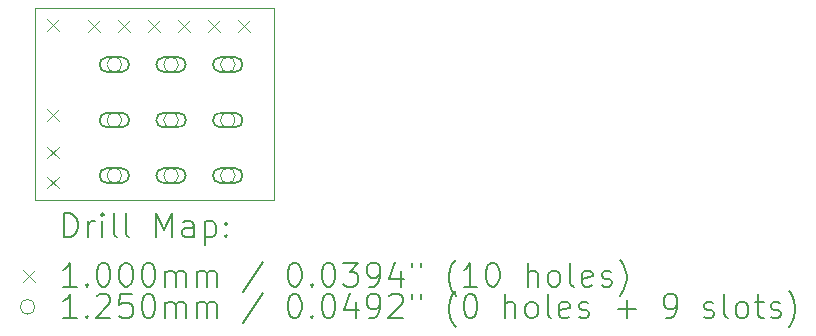
<source format=gbr>
%TF.GenerationSoftware,KiCad,Pcbnew,7.0.2*%
%TF.CreationDate,2023-07-27T03:21:34-04:00*%
%TF.ProjectId,hellerune-switchy,68656c6c-6572-4756-9e65-2d7377697463,1.0*%
%TF.SameCoordinates,Original*%
%TF.FileFunction,Drillmap*%
%TF.FilePolarity,Positive*%
%FSLAX45Y45*%
G04 Gerber Fmt 4.5, Leading zero omitted, Abs format (unit mm)*
G04 Created by KiCad (PCBNEW 7.0.2) date 2023-07-27 03:21:34*
%MOMM*%
%LPD*%
G01*
G04 APERTURE LIST*
%ADD10C,0.050000*%
%ADD11C,0.200000*%
%ADD12C,0.100000*%
%ADD13C,0.125000*%
G04 APERTURE END LIST*
D10*
X13850000Y-9050000D02*
X15000000Y-9050000D01*
X15875000Y-9050000D02*
X15875000Y-10675000D01*
X15875000Y-10675000D02*
X13850000Y-10675000D01*
X13850000Y-10675000D02*
X13850000Y-9050000D01*
X15000000Y-9050000D02*
X15875000Y-9050000D01*
D11*
D12*
X13950000Y-9144000D02*
X14050000Y-9244000D01*
X14050000Y-9144000D02*
X13950000Y-9244000D01*
X13950000Y-9906000D02*
X14050000Y-10006000D01*
X14050000Y-9906000D02*
X13950000Y-10006000D01*
X13950000Y-10225000D02*
X14050000Y-10325000D01*
X14050000Y-10225000D02*
X13950000Y-10325000D01*
X13950000Y-10479000D02*
X14050000Y-10579000D01*
X14050000Y-10479000D02*
X13950000Y-10579000D01*
X14300000Y-9150000D02*
X14400000Y-9250000D01*
X14400000Y-9150000D02*
X14300000Y-9250000D01*
X14554000Y-9150000D02*
X14654000Y-9250000D01*
X14654000Y-9150000D02*
X14554000Y-9250000D01*
X14808000Y-9150000D02*
X14908000Y-9250000D01*
X14908000Y-9150000D02*
X14808000Y-9250000D01*
X15062000Y-9150000D02*
X15162000Y-9250000D01*
X15162000Y-9150000D02*
X15062000Y-9250000D01*
X15316000Y-9150000D02*
X15416000Y-9250000D01*
X15416000Y-9150000D02*
X15316000Y-9250000D01*
X15570000Y-9150000D02*
X15670000Y-9250000D01*
X15670000Y-9150000D02*
X15570000Y-9250000D01*
D13*
X14582500Y-9530000D02*
G75*
G03*
X14582500Y-9530000I-62500J0D01*
G01*
D11*
X14457500Y-9592500D02*
X14582500Y-9592500D01*
X14582500Y-9592500D02*
G75*
G03*
X14582500Y-9467500I0J62500D01*
G01*
X14582500Y-9467500D02*
X14457500Y-9467500D01*
X14457500Y-9467500D02*
G75*
G03*
X14457500Y-9592500I0J-62500D01*
G01*
D13*
X14582500Y-10000000D02*
G75*
G03*
X14582500Y-10000000I-62500J0D01*
G01*
D11*
X14457500Y-10062500D02*
X14582500Y-10062500D01*
X14582500Y-10062500D02*
G75*
G03*
X14582500Y-9937500I0J62500D01*
G01*
X14582500Y-9937500D02*
X14457500Y-9937500D01*
X14457500Y-9937500D02*
G75*
G03*
X14457500Y-10062500I0J-62500D01*
G01*
D13*
X14582500Y-10470000D02*
G75*
G03*
X14582500Y-10470000I-62500J0D01*
G01*
D11*
X14457500Y-10532500D02*
X14582500Y-10532500D01*
X14582500Y-10532500D02*
G75*
G03*
X14582500Y-10407500I0J62500D01*
G01*
X14582500Y-10407500D02*
X14457500Y-10407500D01*
X14457500Y-10407500D02*
G75*
G03*
X14457500Y-10532500I0J-62500D01*
G01*
D13*
X15062500Y-9530000D02*
G75*
G03*
X15062500Y-9530000I-62500J0D01*
G01*
D11*
X14937500Y-9592500D02*
X15062500Y-9592500D01*
X15062500Y-9592500D02*
G75*
G03*
X15062500Y-9467500I0J62500D01*
G01*
X15062500Y-9467500D02*
X14937500Y-9467500D01*
X14937500Y-9467500D02*
G75*
G03*
X14937500Y-9592500I0J-62500D01*
G01*
D13*
X15062500Y-10000000D02*
G75*
G03*
X15062500Y-10000000I-62500J0D01*
G01*
D11*
X14937500Y-10062500D02*
X15062500Y-10062500D01*
X15062500Y-10062500D02*
G75*
G03*
X15062500Y-9937500I0J62500D01*
G01*
X15062500Y-9937500D02*
X14937500Y-9937500D01*
X14937500Y-9937500D02*
G75*
G03*
X14937500Y-10062500I0J-62500D01*
G01*
D13*
X15062500Y-10470000D02*
G75*
G03*
X15062500Y-10470000I-62500J0D01*
G01*
D11*
X14937500Y-10532500D02*
X15062500Y-10532500D01*
X15062500Y-10532500D02*
G75*
G03*
X15062500Y-10407500I0J62500D01*
G01*
X15062500Y-10407500D02*
X14937500Y-10407500D01*
X14937500Y-10407500D02*
G75*
G03*
X14937500Y-10532500I0J-62500D01*
G01*
D13*
X15542500Y-9530000D02*
G75*
G03*
X15542500Y-9530000I-62500J0D01*
G01*
D11*
X15417500Y-9592500D02*
X15542500Y-9592500D01*
X15542500Y-9592500D02*
G75*
G03*
X15542500Y-9467500I0J62500D01*
G01*
X15542500Y-9467500D02*
X15417500Y-9467500D01*
X15417500Y-9467500D02*
G75*
G03*
X15417500Y-9592500I0J-62500D01*
G01*
D13*
X15542500Y-10000000D02*
G75*
G03*
X15542500Y-10000000I-62500J0D01*
G01*
D11*
X15417500Y-10062500D02*
X15542500Y-10062500D01*
X15542500Y-10062500D02*
G75*
G03*
X15542500Y-9937500I0J62500D01*
G01*
X15542500Y-9937500D02*
X15417500Y-9937500D01*
X15417500Y-9937500D02*
G75*
G03*
X15417500Y-10062500I0J-62500D01*
G01*
D13*
X15542500Y-10470000D02*
G75*
G03*
X15542500Y-10470000I-62500J0D01*
G01*
D11*
X15417500Y-10532500D02*
X15542500Y-10532500D01*
X15542500Y-10532500D02*
G75*
G03*
X15542500Y-10407500I0J62500D01*
G01*
X15542500Y-10407500D02*
X15417500Y-10407500D01*
X15417500Y-10407500D02*
G75*
G03*
X15417500Y-10532500I0J-62500D01*
G01*
X14095119Y-10990024D02*
X14095119Y-10790024D01*
X14095119Y-10790024D02*
X14142738Y-10790024D01*
X14142738Y-10790024D02*
X14171309Y-10799548D01*
X14171309Y-10799548D02*
X14190357Y-10818595D01*
X14190357Y-10818595D02*
X14199881Y-10837643D01*
X14199881Y-10837643D02*
X14209405Y-10875738D01*
X14209405Y-10875738D02*
X14209405Y-10904310D01*
X14209405Y-10904310D02*
X14199881Y-10942405D01*
X14199881Y-10942405D02*
X14190357Y-10961452D01*
X14190357Y-10961452D02*
X14171309Y-10980500D01*
X14171309Y-10980500D02*
X14142738Y-10990024D01*
X14142738Y-10990024D02*
X14095119Y-10990024D01*
X14295119Y-10990024D02*
X14295119Y-10856690D01*
X14295119Y-10894786D02*
X14304643Y-10875738D01*
X14304643Y-10875738D02*
X14314167Y-10866214D01*
X14314167Y-10866214D02*
X14333214Y-10856690D01*
X14333214Y-10856690D02*
X14352262Y-10856690D01*
X14418928Y-10990024D02*
X14418928Y-10856690D01*
X14418928Y-10790024D02*
X14409405Y-10799548D01*
X14409405Y-10799548D02*
X14418928Y-10809071D01*
X14418928Y-10809071D02*
X14428452Y-10799548D01*
X14428452Y-10799548D02*
X14418928Y-10790024D01*
X14418928Y-10790024D02*
X14418928Y-10809071D01*
X14542738Y-10990024D02*
X14523690Y-10980500D01*
X14523690Y-10980500D02*
X14514167Y-10961452D01*
X14514167Y-10961452D02*
X14514167Y-10790024D01*
X14647500Y-10990024D02*
X14628452Y-10980500D01*
X14628452Y-10980500D02*
X14618928Y-10961452D01*
X14618928Y-10961452D02*
X14618928Y-10790024D01*
X14876071Y-10990024D02*
X14876071Y-10790024D01*
X14876071Y-10790024D02*
X14942738Y-10932881D01*
X14942738Y-10932881D02*
X15009405Y-10790024D01*
X15009405Y-10790024D02*
X15009405Y-10990024D01*
X15190357Y-10990024D02*
X15190357Y-10885262D01*
X15190357Y-10885262D02*
X15180833Y-10866214D01*
X15180833Y-10866214D02*
X15161786Y-10856690D01*
X15161786Y-10856690D02*
X15123690Y-10856690D01*
X15123690Y-10856690D02*
X15104643Y-10866214D01*
X15190357Y-10980500D02*
X15171309Y-10990024D01*
X15171309Y-10990024D02*
X15123690Y-10990024D01*
X15123690Y-10990024D02*
X15104643Y-10980500D01*
X15104643Y-10980500D02*
X15095119Y-10961452D01*
X15095119Y-10961452D02*
X15095119Y-10942405D01*
X15095119Y-10942405D02*
X15104643Y-10923357D01*
X15104643Y-10923357D02*
X15123690Y-10913833D01*
X15123690Y-10913833D02*
X15171309Y-10913833D01*
X15171309Y-10913833D02*
X15190357Y-10904310D01*
X15285595Y-10856690D02*
X15285595Y-11056690D01*
X15285595Y-10866214D02*
X15304643Y-10856690D01*
X15304643Y-10856690D02*
X15342738Y-10856690D01*
X15342738Y-10856690D02*
X15361786Y-10866214D01*
X15361786Y-10866214D02*
X15371309Y-10875738D01*
X15371309Y-10875738D02*
X15380833Y-10894786D01*
X15380833Y-10894786D02*
X15380833Y-10951929D01*
X15380833Y-10951929D02*
X15371309Y-10970976D01*
X15371309Y-10970976D02*
X15361786Y-10980500D01*
X15361786Y-10980500D02*
X15342738Y-10990024D01*
X15342738Y-10990024D02*
X15304643Y-10990024D01*
X15304643Y-10990024D02*
X15285595Y-10980500D01*
X15466548Y-10970976D02*
X15476071Y-10980500D01*
X15476071Y-10980500D02*
X15466548Y-10990024D01*
X15466548Y-10990024D02*
X15457024Y-10980500D01*
X15457024Y-10980500D02*
X15466548Y-10970976D01*
X15466548Y-10970976D02*
X15466548Y-10990024D01*
X15466548Y-10866214D02*
X15476071Y-10875738D01*
X15476071Y-10875738D02*
X15466548Y-10885262D01*
X15466548Y-10885262D02*
X15457024Y-10875738D01*
X15457024Y-10875738D02*
X15466548Y-10866214D01*
X15466548Y-10866214D02*
X15466548Y-10885262D01*
D12*
X13747500Y-11267500D02*
X13847500Y-11367500D01*
X13847500Y-11267500D02*
X13747500Y-11367500D01*
D11*
X14199881Y-11410024D02*
X14085595Y-11410024D01*
X14142738Y-11410024D02*
X14142738Y-11210024D01*
X14142738Y-11210024D02*
X14123690Y-11238595D01*
X14123690Y-11238595D02*
X14104643Y-11257643D01*
X14104643Y-11257643D02*
X14085595Y-11267167D01*
X14285595Y-11390976D02*
X14295119Y-11400500D01*
X14295119Y-11400500D02*
X14285595Y-11410024D01*
X14285595Y-11410024D02*
X14276071Y-11400500D01*
X14276071Y-11400500D02*
X14285595Y-11390976D01*
X14285595Y-11390976D02*
X14285595Y-11410024D01*
X14418928Y-11210024D02*
X14437976Y-11210024D01*
X14437976Y-11210024D02*
X14457024Y-11219548D01*
X14457024Y-11219548D02*
X14466548Y-11229071D01*
X14466548Y-11229071D02*
X14476071Y-11248119D01*
X14476071Y-11248119D02*
X14485595Y-11286214D01*
X14485595Y-11286214D02*
X14485595Y-11333833D01*
X14485595Y-11333833D02*
X14476071Y-11371928D01*
X14476071Y-11371928D02*
X14466548Y-11390976D01*
X14466548Y-11390976D02*
X14457024Y-11400500D01*
X14457024Y-11400500D02*
X14437976Y-11410024D01*
X14437976Y-11410024D02*
X14418928Y-11410024D01*
X14418928Y-11410024D02*
X14399881Y-11400500D01*
X14399881Y-11400500D02*
X14390357Y-11390976D01*
X14390357Y-11390976D02*
X14380833Y-11371928D01*
X14380833Y-11371928D02*
X14371309Y-11333833D01*
X14371309Y-11333833D02*
X14371309Y-11286214D01*
X14371309Y-11286214D02*
X14380833Y-11248119D01*
X14380833Y-11248119D02*
X14390357Y-11229071D01*
X14390357Y-11229071D02*
X14399881Y-11219548D01*
X14399881Y-11219548D02*
X14418928Y-11210024D01*
X14609405Y-11210024D02*
X14628452Y-11210024D01*
X14628452Y-11210024D02*
X14647500Y-11219548D01*
X14647500Y-11219548D02*
X14657024Y-11229071D01*
X14657024Y-11229071D02*
X14666548Y-11248119D01*
X14666548Y-11248119D02*
X14676071Y-11286214D01*
X14676071Y-11286214D02*
X14676071Y-11333833D01*
X14676071Y-11333833D02*
X14666548Y-11371928D01*
X14666548Y-11371928D02*
X14657024Y-11390976D01*
X14657024Y-11390976D02*
X14647500Y-11400500D01*
X14647500Y-11400500D02*
X14628452Y-11410024D01*
X14628452Y-11410024D02*
X14609405Y-11410024D01*
X14609405Y-11410024D02*
X14590357Y-11400500D01*
X14590357Y-11400500D02*
X14580833Y-11390976D01*
X14580833Y-11390976D02*
X14571309Y-11371928D01*
X14571309Y-11371928D02*
X14561786Y-11333833D01*
X14561786Y-11333833D02*
X14561786Y-11286214D01*
X14561786Y-11286214D02*
X14571309Y-11248119D01*
X14571309Y-11248119D02*
X14580833Y-11229071D01*
X14580833Y-11229071D02*
X14590357Y-11219548D01*
X14590357Y-11219548D02*
X14609405Y-11210024D01*
X14799881Y-11210024D02*
X14818929Y-11210024D01*
X14818929Y-11210024D02*
X14837976Y-11219548D01*
X14837976Y-11219548D02*
X14847500Y-11229071D01*
X14847500Y-11229071D02*
X14857024Y-11248119D01*
X14857024Y-11248119D02*
X14866548Y-11286214D01*
X14866548Y-11286214D02*
X14866548Y-11333833D01*
X14866548Y-11333833D02*
X14857024Y-11371928D01*
X14857024Y-11371928D02*
X14847500Y-11390976D01*
X14847500Y-11390976D02*
X14837976Y-11400500D01*
X14837976Y-11400500D02*
X14818929Y-11410024D01*
X14818929Y-11410024D02*
X14799881Y-11410024D01*
X14799881Y-11410024D02*
X14780833Y-11400500D01*
X14780833Y-11400500D02*
X14771309Y-11390976D01*
X14771309Y-11390976D02*
X14761786Y-11371928D01*
X14761786Y-11371928D02*
X14752262Y-11333833D01*
X14752262Y-11333833D02*
X14752262Y-11286214D01*
X14752262Y-11286214D02*
X14761786Y-11248119D01*
X14761786Y-11248119D02*
X14771309Y-11229071D01*
X14771309Y-11229071D02*
X14780833Y-11219548D01*
X14780833Y-11219548D02*
X14799881Y-11210024D01*
X14952262Y-11410024D02*
X14952262Y-11276690D01*
X14952262Y-11295738D02*
X14961786Y-11286214D01*
X14961786Y-11286214D02*
X14980833Y-11276690D01*
X14980833Y-11276690D02*
X15009405Y-11276690D01*
X15009405Y-11276690D02*
X15028452Y-11286214D01*
X15028452Y-11286214D02*
X15037976Y-11305262D01*
X15037976Y-11305262D02*
X15037976Y-11410024D01*
X15037976Y-11305262D02*
X15047500Y-11286214D01*
X15047500Y-11286214D02*
X15066548Y-11276690D01*
X15066548Y-11276690D02*
X15095119Y-11276690D01*
X15095119Y-11276690D02*
X15114167Y-11286214D01*
X15114167Y-11286214D02*
X15123690Y-11305262D01*
X15123690Y-11305262D02*
X15123690Y-11410024D01*
X15218929Y-11410024D02*
X15218929Y-11276690D01*
X15218929Y-11295738D02*
X15228452Y-11286214D01*
X15228452Y-11286214D02*
X15247500Y-11276690D01*
X15247500Y-11276690D02*
X15276071Y-11276690D01*
X15276071Y-11276690D02*
X15295119Y-11286214D01*
X15295119Y-11286214D02*
X15304643Y-11305262D01*
X15304643Y-11305262D02*
X15304643Y-11410024D01*
X15304643Y-11305262D02*
X15314167Y-11286214D01*
X15314167Y-11286214D02*
X15333214Y-11276690D01*
X15333214Y-11276690D02*
X15361786Y-11276690D01*
X15361786Y-11276690D02*
X15380833Y-11286214D01*
X15380833Y-11286214D02*
X15390357Y-11305262D01*
X15390357Y-11305262D02*
X15390357Y-11410024D01*
X15780833Y-11200500D02*
X15609405Y-11457643D01*
X16037976Y-11210024D02*
X16057024Y-11210024D01*
X16057024Y-11210024D02*
X16076072Y-11219548D01*
X16076072Y-11219548D02*
X16085595Y-11229071D01*
X16085595Y-11229071D02*
X16095119Y-11248119D01*
X16095119Y-11248119D02*
X16104643Y-11286214D01*
X16104643Y-11286214D02*
X16104643Y-11333833D01*
X16104643Y-11333833D02*
X16095119Y-11371928D01*
X16095119Y-11371928D02*
X16085595Y-11390976D01*
X16085595Y-11390976D02*
X16076072Y-11400500D01*
X16076072Y-11400500D02*
X16057024Y-11410024D01*
X16057024Y-11410024D02*
X16037976Y-11410024D01*
X16037976Y-11410024D02*
X16018929Y-11400500D01*
X16018929Y-11400500D02*
X16009405Y-11390976D01*
X16009405Y-11390976D02*
X15999881Y-11371928D01*
X15999881Y-11371928D02*
X15990357Y-11333833D01*
X15990357Y-11333833D02*
X15990357Y-11286214D01*
X15990357Y-11286214D02*
X15999881Y-11248119D01*
X15999881Y-11248119D02*
X16009405Y-11229071D01*
X16009405Y-11229071D02*
X16018929Y-11219548D01*
X16018929Y-11219548D02*
X16037976Y-11210024D01*
X16190357Y-11390976D02*
X16199881Y-11400500D01*
X16199881Y-11400500D02*
X16190357Y-11410024D01*
X16190357Y-11410024D02*
X16180833Y-11400500D01*
X16180833Y-11400500D02*
X16190357Y-11390976D01*
X16190357Y-11390976D02*
X16190357Y-11410024D01*
X16323691Y-11210024D02*
X16342738Y-11210024D01*
X16342738Y-11210024D02*
X16361786Y-11219548D01*
X16361786Y-11219548D02*
X16371310Y-11229071D01*
X16371310Y-11229071D02*
X16380833Y-11248119D01*
X16380833Y-11248119D02*
X16390357Y-11286214D01*
X16390357Y-11286214D02*
X16390357Y-11333833D01*
X16390357Y-11333833D02*
X16380833Y-11371928D01*
X16380833Y-11371928D02*
X16371310Y-11390976D01*
X16371310Y-11390976D02*
X16361786Y-11400500D01*
X16361786Y-11400500D02*
X16342738Y-11410024D01*
X16342738Y-11410024D02*
X16323691Y-11410024D01*
X16323691Y-11410024D02*
X16304643Y-11400500D01*
X16304643Y-11400500D02*
X16295119Y-11390976D01*
X16295119Y-11390976D02*
X16285595Y-11371928D01*
X16285595Y-11371928D02*
X16276072Y-11333833D01*
X16276072Y-11333833D02*
X16276072Y-11286214D01*
X16276072Y-11286214D02*
X16285595Y-11248119D01*
X16285595Y-11248119D02*
X16295119Y-11229071D01*
X16295119Y-11229071D02*
X16304643Y-11219548D01*
X16304643Y-11219548D02*
X16323691Y-11210024D01*
X16457024Y-11210024D02*
X16580833Y-11210024D01*
X16580833Y-11210024D02*
X16514167Y-11286214D01*
X16514167Y-11286214D02*
X16542738Y-11286214D01*
X16542738Y-11286214D02*
X16561786Y-11295738D01*
X16561786Y-11295738D02*
X16571310Y-11305262D01*
X16571310Y-11305262D02*
X16580833Y-11324309D01*
X16580833Y-11324309D02*
X16580833Y-11371928D01*
X16580833Y-11371928D02*
X16571310Y-11390976D01*
X16571310Y-11390976D02*
X16561786Y-11400500D01*
X16561786Y-11400500D02*
X16542738Y-11410024D01*
X16542738Y-11410024D02*
X16485595Y-11410024D01*
X16485595Y-11410024D02*
X16466548Y-11400500D01*
X16466548Y-11400500D02*
X16457024Y-11390976D01*
X16676072Y-11410024D02*
X16714167Y-11410024D01*
X16714167Y-11410024D02*
X16733214Y-11400500D01*
X16733214Y-11400500D02*
X16742738Y-11390976D01*
X16742738Y-11390976D02*
X16761786Y-11362405D01*
X16761786Y-11362405D02*
X16771310Y-11324309D01*
X16771310Y-11324309D02*
X16771310Y-11248119D01*
X16771310Y-11248119D02*
X16761786Y-11229071D01*
X16761786Y-11229071D02*
X16752262Y-11219548D01*
X16752262Y-11219548D02*
X16733214Y-11210024D01*
X16733214Y-11210024D02*
X16695119Y-11210024D01*
X16695119Y-11210024D02*
X16676072Y-11219548D01*
X16676072Y-11219548D02*
X16666548Y-11229071D01*
X16666548Y-11229071D02*
X16657024Y-11248119D01*
X16657024Y-11248119D02*
X16657024Y-11295738D01*
X16657024Y-11295738D02*
X16666548Y-11314786D01*
X16666548Y-11314786D02*
X16676072Y-11324309D01*
X16676072Y-11324309D02*
X16695119Y-11333833D01*
X16695119Y-11333833D02*
X16733214Y-11333833D01*
X16733214Y-11333833D02*
X16752262Y-11324309D01*
X16752262Y-11324309D02*
X16761786Y-11314786D01*
X16761786Y-11314786D02*
X16771310Y-11295738D01*
X16942738Y-11276690D02*
X16942738Y-11410024D01*
X16895119Y-11200500D02*
X16847500Y-11343357D01*
X16847500Y-11343357D02*
X16971310Y-11343357D01*
X17037976Y-11210024D02*
X17037976Y-11248119D01*
X17114167Y-11210024D02*
X17114167Y-11248119D01*
X17409405Y-11486214D02*
X17399881Y-11476690D01*
X17399881Y-11476690D02*
X17380834Y-11448119D01*
X17380834Y-11448119D02*
X17371310Y-11429071D01*
X17371310Y-11429071D02*
X17361786Y-11400500D01*
X17361786Y-11400500D02*
X17352262Y-11352881D01*
X17352262Y-11352881D02*
X17352262Y-11314786D01*
X17352262Y-11314786D02*
X17361786Y-11267167D01*
X17361786Y-11267167D02*
X17371310Y-11238595D01*
X17371310Y-11238595D02*
X17380834Y-11219548D01*
X17380834Y-11219548D02*
X17399881Y-11190976D01*
X17399881Y-11190976D02*
X17409405Y-11181452D01*
X17590357Y-11410024D02*
X17476072Y-11410024D01*
X17533215Y-11410024D02*
X17533215Y-11210024D01*
X17533215Y-11210024D02*
X17514167Y-11238595D01*
X17514167Y-11238595D02*
X17495119Y-11257643D01*
X17495119Y-11257643D02*
X17476072Y-11267167D01*
X17714167Y-11210024D02*
X17733215Y-11210024D01*
X17733215Y-11210024D02*
X17752262Y-11219548D01*
X17752262Y-11219548D02*
X17761786Y-11229071D01*
X17761786Y-11229071D02*
X17771310Y-11248119D01*
X17771310Y-11248119D02*
X17780834Y-11286214D01*
X17780834Y-11286214D02*
X17780834Y-11333833D01*
X17780834Y-11333833D02*
X17771310Y-11371928D01*
X17771310Y-11371928D02*
X17761786Y-11390976D01*
X17761786Y-11390976D02*
X17752262Y-11400500D01*
X17752262Y-11400500D02*
X17733215Y-11410024D01*
X17733215Y-11410024D02*
X17714167Y-11410024D01*
X17714167Y-11410024D02*
X17695119Y-11400500D01*
X17695119Y-11400500D02*
X17685596Y-11390976D01*
X17685596Y-11390976D02*
X17676072Y-11371928D01*
X17676072Y-11371928D02*
X17666548Y-11333833D01*
X17666548Y-11333833D02*
X17666548Y-11286214D01*
X17666548Y-11286214D02*
X17676072Y-11248119D01*
X17676072Y-11248119D02*
X17685596Y-11229071D01*
X17685596Y-11229071D02*
X17695119Y-11219548D01*
X17695119Y-11219548D02*
X17714167Y-11210024D01*
X18018929Y-11410024D02*
X18018929Y-11210024D01*
X18104643Y-11410024D02*
X18104643Y-11305262D01*
X18104643Y-11305262D02*
X18095119Y-11286214D01*
X18095119Y-11286214D02*
X18076072Y-11276690D01*
X18076072Y-11276690D02*
X18047500Y-11276690D01*
X18047500Y-11276690D02*
X18028453Y-11286214D01*
X18028453Y-11286214D02*
X18018929Y-11295738D01*
X18228453Y-11410024D02*
X18209405Y-11400500D01*
X18209405Y-11400500D02*
X18199881Y-11390976D01*
X18199881Y-11390976D02*
X18190358Y-11371928D01*
X18190358Y-11371928D02*
X18190358Y-11314786D01*
X18190358Y-11314786D02*
X18199881Y-11295738D01*
X18199881Y-11295738D02*
X18209405Y-11286214D01*
X18209405Y-11286214D02*
X18228453Y-11276690D01*
X18228453Y-11276690D02*
X18257024Y-11276690D01*
X18257024Y-11276690D02*
X18276072Y-11286214D01*
X18276072Y-11286214D02*
X18285596Y-11295738D01*
X18285596Y-11295738D02*
X18295119Y-11314786D01*
X18295119Y-11314786D02*
X18295119Y-11371928D01*
X18295119Y-11371928D02*
X18285596Y-11390976D01*
X18285596Y-11390976D02*
X18276072Y-11400500D01*
X18276072Y-11400500D02*
X18257024Y-11410024D01*
X18257024Y-11410024D02*
X18228453Y-11410024D01*
X18409405Y-11410024D02*
X18390358Y-11400500D01*
X18390358Y-11400500D02*
X18380834Y-11381452D01*
X18380834Y-11381452D02*
X18380834Y-11210024D01*
X18561786Y-11400500D02*
X18542739Y-11410024D01*
X18542739Y-11410024D02*
X18504643Y-11410024D01*
X18504643Y-11410024D02*
X18485596Y-11400500D01*
X18485596Y-11400500D02*
X18476072Y-11381452D01*
X18476072Y-11381452D02*
X18476072Y-11305262D01*
X18476072Y-11305262D02*
X18485596Y-11286214D01*
X18485596Y-11286214D02*
X18504643Y-11276690D01*
X18504643Y-11276690D02*
X18542739Y-11276690D01*
X18542739Y-11276690D02*
X18561786Y-11286214D01*
X18561786Y-11286214D02*
X18571310Y-11305262D01*
X18571310Y-11305262D02*
X18571310Y-11324309D01*
X18571310Y-11324309D02*
X18476072Y-11343357D01*
X18647500Y-11400500D02*
X18666548Y-11410024D01*
X18666548Y-11410024D02*
X18704643Y-11410024D01*
X18704643Y-11410024D02*
X18723691Y-11400500D01*
X18723691Y-11400500D02*
X18733215Y-11381452D01*
X18733215Y-11381452D02*
X18733215Y-11371928D01*
X18733215Y-11371928D02*
X18723691Y-11352881D01*
X18723691Y-11352881D02*
X18704643Y-11343357D01*
X18704643Y-11343357D02*
X18676072Y-11343357D01*
X18676072Y-11343357D02*
X18657024Y-11333833D01*
X18657024Y-11333833D02*
X18647500Y-11314786D01*
X18647500Y-11314786D02*
X18647500Y-11305262D01*
X18647500Y-11305262D02*
X18657024Y-11286214D01*
X18657024Y-11286214D02*
X18676072Y-11276690D01*
X18676072Y-11276690D02*
X18704643Y-11276690D01*
X18704643Y-11276690D02*
X18723691Y-11286214D01*
X18799881Y-11486214D02*
X18809405Y-11476690D01*
X18809405Y-11476690D02*
X18828453Y-11448119D01*
X18828453Y-11448119D02*
X18837977Y-11429071D01*
X18837977Y-11429071D02*
X18847500Y-11400500D01*
X18847500Y-11400500D02*
X18857024Y-11352881D01*
X18857024Y-11352881D02*
X18857024Y-11314786D01*
X18857024Y-11314786D02*
X18847500Y-11267167D01*
X18847500Y-11267167D02*
X18837977Y-11238595D01*
X18837977Y-11238595D02*
X18828453Y-11219548D01*
X18828453Y-11219548D02*
X18809405Y-11190976D01*
X18809405Y-11190976D02*
X18799881Y-11181452D01*
D13*
X13847500Y-11581500D02*
G75*
G03*
X13847500Y-11581500I-62500J0D01*
G01*
D11*
X14199881Y-11674024D02*
X14085595Y-11674024D01*
X14142738Y-11674024D02*
X14142738Y-11474024D01*
X14142738Y-11474024D02*
X14123690Y-11502595D01*
X14123690Y-11502595D02*
X14104643Y-11521643D01*
X14104643Y-11521643D02*
X14085595Y-11531167D01*
X14285595Y-11654976D02*
X14295119Y-11664500D01*
X14295119Y-11664500D02*
X14285595Y-11674024D01*
X14285595Y-11674024D02*
X14276071Y-11664500D01*
X14276071Y-11664500D02*
X14285595Y-11654976D01*
X14285595Y-11654976D02*
X14285595Y-11674024D01*
X14371309Y-11493071D02*
X14380833Y-11483548D01*
X14380833Y-11483548D02*
X14399881Y-11474024D01*
X14399881Y-11474024D02*
X14447500Y-11474024D01*
X14447500Y-11474024D02*
X14466548Y-11483548D01*
X14466548Y-11483548D02*
X14476071Y-11493071D01*
X14476071Y-11493071D02*
X14485595Y-11512119D01*
X14485595Y-11512119D02*
X14485595Y-11531167D01*
X14485595Y-11531167D02*
X14476071Y-11559738D01*
X14476071Y-11559738D02*
X14361786Y-11674024D01*
X14361786Y-11674024D02*
X14485595Y-11674024D01*
X14666548Y-11474024D02*
X14571309Y-11474024D01*
X14571309Y-11474024D02*
X14561786Y-11569262D01*
X14561786Y-11569262D02*
X14571309Y-11559738D01*
X14571309Y-11559738D02*
X14590357Y-11550214D01*
X14590357Y-11550214D02*
X14637976Y-11550214D01*
X14637976Y-11550214D02*
X14657024Y-11559738D01*
X14657024Y-11559738D02*
X14666548Y-11569262D01*
X14666548Y-11569262D02*
X14676071Y-11588309D01*
X14676071Y-11588309D02*
X14676071Y-11635928D01*
X14676071Y-11635928D02*
X14666548Y-11654976D01*
X14666548Y-11654976D02*
X14657024Y-11664500D01*
X14657024Y-11664500D02*
X14637976Y-11674024D01*
X14637976Y-11674024D02*
X14590357Y-11674024D01*
X14590357Y-11674024D02*
X14571309Y-11664500D01*
X14571309Y-11664500D02*
X14561786Y-11654976D01*
X14799881Y-11474024D02*
X14818929Y-11474024D01*
X14818929Y-11474024D02*
X14837976Y-11483548D01*
X14837976Y-11483548D02*
X14847500Y-11493071D01*
X14847500Y-11493071D02*
X14857024Y-11512119D01*
X14857024Y-11512119D02*
X14866548Y-11550214D01*
X14866548Y-11550214D02*
X14866548Y-11597833D01*
X14866548Y-11597833D02*
X14857024Y-11635928D01*
X14857024Y-11635928D02*
X14847500Y-11654976D01*
X14847500Y-11654976D02*
X14837976Y-11664500D01*
X14837976Y-11664500D02*
X14818929Y-11674024D01*
X14818929Y-11674024D02*
X14799881Y-11674024D01*
X14799881Y-11674024D02*
X14780833Y-11664500D01*
X14780833Y-11664500D02*
X14771309Y-11654976D01*
X14771309Y-11654976D02*
X14761786Y-11635928D01*
X14761786Y-11635928D02*
X14752262Y-11597833D01*
X14752262Y-11597833D02*
X14752262Y-11550214D01*
X14752262Y-11550214D02*
X14761786Y-11512119D01*
X14761786Y-11512119D02*
X14771309Y-11493071D01*
X14771309Y-11493071D02*
X14780833Y-11483548D01*
X14780833Y-11483548D02*
X14799881Y-11474024D01*
X14952262Y-11674024D02*
X14952262Y-11540690D01*
X14952262Y-11559738D02*
X14961786Y-11550214D01*
X14961786Y-11550214D02*
X14980833Y-11540690D01*
X14980833Y-11540690D02*
X15009405Y-11540690D01*
X15009405Y-11540690D02*
X15028452Y-11550214D01*
X15028452Y-11550214D02*
X15037976Y-11569262D01*
X15037976Y-11569262D02*
X15037976Y-11674024D01*
X15037976Y-11569262D02*
X15047500Y-11550214D01*
X15047500Y-11550214D02*
X15066548Y-11540690D01*
X15066548Y-11540690D02*
X15095119Y-11540690D01*
X15095119Y-11540690D02*
X15114167Y-11550214D01*
X15114167Y-11550214D02*
X15123690Y-11569262D01*
X15123690Y-11569262D02*
X15123690Y-11674024D01*
X15218929Y-11674024D02*
X15218929Y-11540690D01*
X15218929Y-11559738D02*
X15228452Y-11550214D01*
X15228452Y-11550214D02*
X15247500Y-11540690D01*
X15247500Y-11540690D02*
X15276071Y-11540690D01*
X15276071Y-11540690D02*
X15295119Y-11550214D01*
X15295119Y-11550214D02*
X15304643Y-11569262D01*
X15304643Y-11569262D02*
X15304643Y-11674024D01*
X15304643Y-11569262D02*
X15314167Y-11550214D01*
X15314167Y-11550214D02*
X15333214Y-11540690D01*
X15333214Y-11540690D02*
X15361786Y-11540690D01*
X15361786Y-11540690D02*
X15380833Y-11550214D01*
X15380833Y-11550214D02*
X15390357Y-11569262D01*
X15390357Y-11569262D02*
X15390357Y-11674024D01*
X15780833Y-11464500D02*
X15609405Y-11721643D01*
X16037976Y-11474024D02*
X16057024Y-11474024D01*
X16057024Y-11474024D02*
X16076072Y-11483548D01*
X16076072Y-11483548D02*
X16085595Y-11493071D01*
X16085595Y-11493071D02*
X16095119Y-11512119D01*
X16095119Y-11512119D02*
X16104643Y-11550214D01*
X16104643Y-11550214D02*
X16104643Y-11597833D01*
X16104643Y-11597833D02*
X16095119Y-11635928D01*
X16095119Y-11635928D02*
X16085595Y-11654976D01*
X16085595Y-11654976D02*
X16076072Y-11664500D01*
X16076072Y-11664500D02*
X16057024Y-11674024D01*
X16057024Y-11674024D02*
X16037976Y-11674024D01*
X16037976Y-11674024D02*
X16018929Y-11664500D01*
X16018929Y-11664500D02*
X16009405Y-11654976D01*
X16009405Y-11654976D02*
X15999881Y-11635928D01*
X15999881Y-11635928D02*
X15990357Y-11597833D01*
X15990357Y-11597833D02*
X15990357Y-11550214D01*
X15990357Y-11550214D02*
X15999881Y-11512119D01*
X15999881Y-11512119D02*
X16009405Y-11493071D01*
X16009405Y-11493071D02*
X16018929Y-11483548D01*
X16018929Y-11483548D02*
X16037976Y-11474024D01*
X16190357Y-11654976D02*
X16199881Y-11664500D01*
X16199881Y-11664500D02*
X16190357Y-11674024D01*
X16190357Y-11674024D02*
X16180833Y-11664500D01*
X16180833Y-11664500D02*
X16190357Y-11654976D01*
X16190357Y-11654976D02*
X16190357Y-11674024D01*
X16323691Y-11474024D02*
X16342738Y-11474024D01*
X16342738Y-11474024D02*
X16361786Y-11483548D01*
X16361786Y-11483548D02*
X16371310Y-11493071D01*
X16371310Y-11493071D02*
X16380833Y-11512119D01*
X16380833Y-11512119D02*
X16390357Y-11550214D01*
X16390357Y-11550214D02*
X16390357Y-11597833D01*
X16390357Y-11597833D02*
X16380833Y-11635928D01*
X16380833Y-11635928D02*
X16371310Y-11654976D01*
X16371310Y-11654976D02*
X16361786Y-11664500D01*
X16361786Y-11664500D02*
X16342738Y-11674024D01*
X16342738Y-11674024D02*
X16323691Y-11674024D01*
X16323691Y-11674024D02*
X16304643Y-11664500D01*
X16304643Y-11664500D02*
X16295119Y-11654976D01*
X16295119Y-11654976D02*
X16285595Y-11635928D01*
X16285595Y-11635928D02*
X16276072Y-11597833D01*
X16276072Y-11597833D02*
X16276072Y-11550214D01*
X16276072Y-11550214D02*
X16285595Y-11512119D01*
X16285595Y-11512119D02*
X16295119Y-11493071D01*
X16295119Y-11493071D02*
X16304643Y-11483548D01*
X16304643Y-11483548D02*
X16323691Y-11474024D01*
X16561786Y-11540690D02*
X16561786Y-11674024D01*
X16514167Y-11464500D02*
X16466548Y-11607357D01*
X16466548Y-11607357D02*
X16590357Y-11607357D01*
X16676072Y-11674024D02*
X16714167Y-11674024D01*
X16714167Y-11674024D02*
X16733214Y-11664500D01*
X16733214Y-11664500D02*
X16742738Y-11654976D01*
X16742738Y-11654976D02*
X16761786Y-11626405D01*
X16761786Y-11626405D02*
X16771310Y-11588309D01*
X16771310Y-11588309D02*
X16771310Y-11512119D01*
X16771310Y-11512119D02*
X16761786Y-11493071D01*
X16761786Y-11493071D02*
X16752262Y-11483548D01*
X16752262Y-11483548D02*
X16733214Y-11474024D01*
X16733214Y-11474024D02*
X16695119Y-11474024D01*
X16695119Y-11474024D02*
X16676072Y-11483548D01*
X16676072Y-11483548D02*
X16666548Y-11493071D01*
X16666548Y-11493071D02*
X16657024Y-11512119D01*
X16657024Y-11512119D02*
X16657024Y-11559738D01*
X16657024Y-11559738D02*
X16666548Y-11578786D01*
X16666548Y-11578786D02*
X16676072Y-11588309D01*
X16676072Y-11588309D02*
X16695119Y-11597833D01*
X16695119Y-11597833D02*
X16733214Y-11597833D01*
X16733214Y-11597833D02*
X16752262Y-11588309D01*
X16752262Y-11588309D02*
X16761786Y-11578786D01*
X16761786Y-11578786D02*
X16771310Y-11559738D01*
X16847500Y-11493071D02*
X16857024Y-11483548D01*
X16857024Y-11483548D02*
X16876072Y-11474024D01*
X16876072Y-11474024D02*
X16923691Y-11474024D01*
X16923691Y-11474024D02*
X16942738Y-11483548D01*
X16942738Y-11483548D02*
X16952262Y-11493071D01*
X16952262Y-11493071D02*
X16961786Y-11512119D01*
X16961786Y-11512119D02*
X16961786Y-11531167D01*
X16961786Y-11531167D02*
X16952262Y-11559738D01*
X16952262Y-11559738D02*
X16837976Y-11674024D01*
X16837976Y-11674024D02*
X16961786Y-11674024D01*
X17037976Y-11474024D02*
X17037976Y-11512119D01*
X17114167Y-11474024D02*
X17114167Y-11512119D01*
X17409405Y-11750214D02*
X17399881Y-11740690D01*
X17399881Y-11740690D02*
X17380834Y-11712119D01*
X17380834Y-11712119D02*
X17371310Y-11693071D01*
X17371310Y-11693071D02*
X17361786Y-11664500D01*
X17361786Y-11664500D02*
X17352262Y-11616881D01*
X17352262Y-11616881D02*
X17352262Y-11578786D01*
X17352262Y-11578786D02*
X17361786Y-11531167D01*
X17361786Y-11531167D02*
X17371310Y-11502595D01*
X17371310Y-11502595D02*
X17380834Y-11483548D01*
X17380834Y-11483548D02*
X17399881Y-11454976D01*
X17399881Y-11454976D02*
X17409405Y-11445452D01*
X17523691Y-11474024D02*
X17542738Y-11474024D01*
X17542738Y-11474024D02*
X17561786Y-11483548D01*
X17561786Y-11483548D02*
X17571310Y-11493071D01*
X17571310Y-11493071D02*
X17580834Y-11512119D01*
X17580834Y-11512119D02*
X17590357Y-11550214D01*
X17590357Y-11550214D02*
X17590357Y-11597833D01*
X17590357Y-11597833D02*
X17580834Y-11635928D01*
X17580834Y-11635928D02*
X17571310Y-11654976D01*
X17571310Y-11654976D02*
X17561786Y-11664500D01*
X17561786Y-11664500D02*
X17542738Y-11674024D01*
X17542738Y-11674024D02*
X17523691Y-11674024D01*
X17523691Y-11674024D02*
X17504643Y-11664500D01*
X17504643Y-11664500D02*
X17495119Y-11654976D01*
X17495119Y-11654976D02*
X17485596Y-11635928D01*
X17485596Y-11635928D02*
X17476072Y-11597833D01*
X17476072Y-11597833D02*
X17476072Y-11550214D01*
X17476072Y-11550214D02*
X17485596Y-11512119D01*
X17485596Y-11512119D02*
X17495119Y-11493071D01*
X17495119Y-11493071D02*
X17504643Y-11483548D01*
X17504643Y-11483548D02*
X17523691Y-11474024D01*
X17828453Y-11674024D02*
X17828453Y-11474024D01*
X17914167Y-11674024D02*
X17914167Y-11569262D01*
X17914167Y-11569262D02*
X17904643Y-11550214D01*
X17904643Y-11550214D02*
X17885596Y-11540690D01*
X17885596Y-11540690D02*
X17857024Y-11540690D01*
X17857024Y-11540690D02*
X17837977Y-11550214D01*
X17837977Y-11550214D02*
X17828453Y-11559738D01*
X18037977Y-11674024D02*
X18018929Y-11664500D01*
X18018929Y-11664500D02*
X18009405Y-11654976D01*
X18009405Y-11654976D02*
X17999881Y-11635928D01*
X17999881Y-11635928D02*
X17999881Y-11578786D01*
X17999881Y-11578786D02*
X18009405Y-11559738D01*
X18009405Y-11559738D02*
X18018929Y-11550214D01*
X18018929Y-11550214D02*
X18037977Y-11540690D01*
X18037977Y-11540690D02*
X18066548Y-11540690D01*
X18066548Y-11540690D02*
X18085596Y-11550214D01*
X18085596Y-11550214D02*
X18095119Y-11559738D01*
X18095119Y-11559738D02*
X18104643Y-11578786D01*
X18104643Y-11578786D02*
X18104643Y-11635928D01*
X18104643Y-11635928D02*
X18095119Y-11654976D01*
X18095119Y-11654976D02*
X18085596Y-11664500D01*
X18085596Y-11664500D02*
X18066548Y-11674024D01*
X18066548Y-11674024D02*
X18037977Y-11674024D01*
X18218929Y-11674024D02*
X18199881Y-11664500D01*
X18199881Y-11664500D02*
X18190358Y-11645452D01*
X18190358Y-11645452D02*
X18190358Y-11474024D01*
X18371310Y-11664500D02*
X18352262Y-11674024D01*
X18352262Y-11674024D02*
X18314167Y-11674024D01*
X18314167Y-11674024D02*
X18295119Y-11664500D01*
X18295119Y-11664500D02*
X18285596Y-11645452D01*
X18285596Y-11645452D02*
X18285596Y-11569262D01*
X18285596Y-11569262D02*
X18295119Y-11550214D01*
X18295119Y-11550214D02*
X18314167Y-11540690D01*
X18314167Y-11540690D02*
X18352262Y-11540690D01*
X18352262Y-11540690D02*
X18371310Y-11550214D01*
X18371310Y-11550214D02*
X18380834Y-11569262D01*
X18380834Y-11569262D02*
X18380834Y-11588309D01*
X18380834Y-11588309D02*
X18285596Y-11607357D01*
X18457024Y-11664500D02*
X18476072Y-11674024D01*
X18476072Y-11674024D02*
X18514167Y-11674024D01*
X18514167Y-11674024D02*
X18533215Y-11664500D01*
X18533215Y-11664500D02*
X18542739Y-11645452D01*
X18542739Y-11645452D02*
X18542739Y-11635928D01*
X18542739Y-11635928D02*
X18533215Y-11616881D01*
X18533215Y-11616881D02*
X18514167Y-11607357D01*
X18514167Y-11607357D02*
X18485596Y-11607357D01*
X18485596Y-11607357D02*
X18466548Y-11597833D01*
X18466548Y-11597833D02*
X18457024Y-11578786D01*
X18457024Y-11578786D02*
X18457024Y-11569262D01*
X18457024Y-11569262D02*
X18466548Y-11550214D01*
X18466548Y-11550214D02*
X18485596Y-11540690D01*
X18485596Y-11540690D02*
X18514167Y-11540690D01*
X18514167Y-11540690D02*
X18533215Y-11550214D01*
X18780834Y-11597833D02*
X18933215Y-11597833D01*
X18857024Y-11674024D02*
X18857024Y-11521643D01*
X19190358Y-11674024D02*
X19228453Y-11674024D01*
X19228453Y-11674024D02*
X19247501Y-11664500D01*
X19247501Y-11664500D02*
X19257024Y-11654976D01*
X19257024Y-11654976D02*
X19276072Y-11626405D01*
X19276072Y-11626405D02*
X19285596Y-11588309D01*
X19285596Y-11588309D02*
X19285596Y-11512119D01*
X19285596Y-11512119D02*
X19276072Y-11493071D01*
X19276072Y-11493071D02*
X19266548Y-11483548D01*
X19266548Y-11483548D02*
X19247501Y-11474024D01*
X19247501Y-11474024D02*
X19209405Y-11474024D01*
X19209405Y-11474024D02*
X19190358Y-11483548D01*
X19190358Y-11483548D02*
X19180834Y-11493071D01*
X19180834Y-11493071D02*
X19171310Y-11512119D01*
X19171310Y-11512119D02*
X19171310Y-11559738D01*
X19171310Y-11559738D02*
X19180834Y-11578786D01*
X19180834Y-11578786D02*
X19190358Y-11588309D01*
X19190358Y-11588309D02*
X19209405Y-11597833D01*
X19209405Y-11597833D02*
X19247501Y-11597833D01*
X19247501Y-11597833D02*
X19266548Y-11588309D01*
X19266548Y-11588309D02*
X19276072Y-11578786D01*
X19276072Y-11578786D02*
X19285596Y-11559738D01*
X19514167Y-11664500D02*
X19533215Y-11674024D01*
X19533215Y-11674024D02*
X19571310Y-11674024D01*
X19571310Y-11674024D02*
X19590358Y-11664500D01*
X19590358Y-11664500D02*
X19599882Y-11645452D01*
X19599882Y-11645452D02*
X19599882Y-11635928D01*
X19599882Y-11635928D02*
X19590358Y-11616881D01*
X19590358Y-11616881D02*
X19571310Y-11607357D01*
X19571310Y-11607357D02*
X19542739Y-11607357D01*
X19542739Y-11607357D02*
X19523691Y-11597833D01*
X19523691Y-11597833D02*
X19514167Y-11578786D01*
X19514167Y-11578786D02*
X19514167Y-11569262D01*
X19514167Y-11569262D02*
X19523691Y-11550214D01*
X19523691Y-11550214D02*
X19542739Y-11540690D01*
X19542739Y-11540690D02*
X19571310Y-11540690D01*
X19571310Y-11540690D02*
X19590358Y-11550214D01*
X19714167Y-11674024D02*
X19695120Y-11664500D01*
X19695120Y-11664500D02*
X19685596Y-11645452D01*
X19685596Y-11645452D02*
X19685596Y-11474024D01*
X19818929Y-11674024D02*
X19799882Y-11664500D01*
X19799882Y-11664500D02*
X19790358Y-11654976D01*
X19790358Y-11654976D02*
X19780834Y-11635928D01*
X19780834Y-11635928D02*
X19780834Y-11578786D01*
X19780834Y-11578786D02*
X19790358Y-11559738D01*
X19790358Y-11559738D02*
X19799882Y-11550214D01*
X19799882Y-11550214D02*
X19818929Y-11540690D01*
X19818929Y-11540690D02*
X19847501Y-11540690D01*
X19847501Y-11540690D02*
X19866548Y-11550214D01*
X19866548Y-11550214D02*
X19876072Y-11559738D01*
X19876072Y-11559738D02*
X19885596Y-11578786D01*
X19885596Y-11578786D02*
X19885596Y-11635928D01*
X19885596Y-11635928D02*
X19876072Y-11654976D01*
X19876072Y-11654976D02*
X19866548Y-11664500D01*
X19866548Y-11664500D02*
X19847501Y-11674024D01*
X19847501Y-11674024D02*
X19818929Y-11674024D01*
X19942739Y-11540690D02*
X20018929Y-11540690D01*
X19971310Y-11474024D02*
X19971310Y-11645452D01*
X19971310Y-11645452D02*
X19980834Y-11664500D01*
X19980834Y-11664500D02*
X19999882Y-11674024D01*
X19999882Y-11674024D02*
X20018929Y-11674024D01*
X20076072Y-11664500D02*
X20095120Y-11674024D01*
X20095120Y-11674024D02*
X20133215Y-11674024D01*
X20133215Y-11674024D02*
X20152263Y-11664500D01*
X20152263Y-11664500D02*
X20161786Y-11645452D01*
X20161786Y-11645452D02*
X20161786Y-11635928D01*
X20161786Y-11635928D02*
X20152263Y-11616881D01*
X20152263Y-11616881D02*
X20133215Y-11607357D01*
X20133215Y-11607357D02*
X20104643Y-11607357D01*
X20104643Y-11607357D02*
X20085596Y-11597833D01*
X20085596Y-11597833D02*
X20076072Y-11578786D01*
X20076072Y-11578786D02*
X20076072Y-11569262D01*
X20076072Y-11569262D02*
X20085596Y-11550214D01*
X20085596Y-11550214D02*
X20104643Y-11540690D01*
X20104643Y-11540690D02*
X20133215Y-11540690D01*
X20133215Y-11540690D02*
X20152263Y-11550214D01*
X20228453Y-11750214D02*
X20237977Y-11740690D01*
X20237977Y-11740690D02*
X20257024Y-11712119D01*
X20257024Y-11712119D02*
X20266548Y-11693071D01*
X20266548Y-11693071D02*
X20276072Y-11664500D01*
X20276072Y-11664500D02*
X20285596Y-11616881D01*
X20285596Y-11616881D02*
X20285596Y-11578786D01*
X20285596Y-11578786D02*
X20276072Y-11531167D01*
X20276072Y-11531167D02*
X20266548Y-11502595D01*
X20266548Y-11502595D02*
X20257024Y-11483548D01*
X20257024Y-11483548D02*
X20237977Y-11454976D01*
X20237977Y-11454976D02*
X20228453Y-11445452D01*
M02*

</source>
